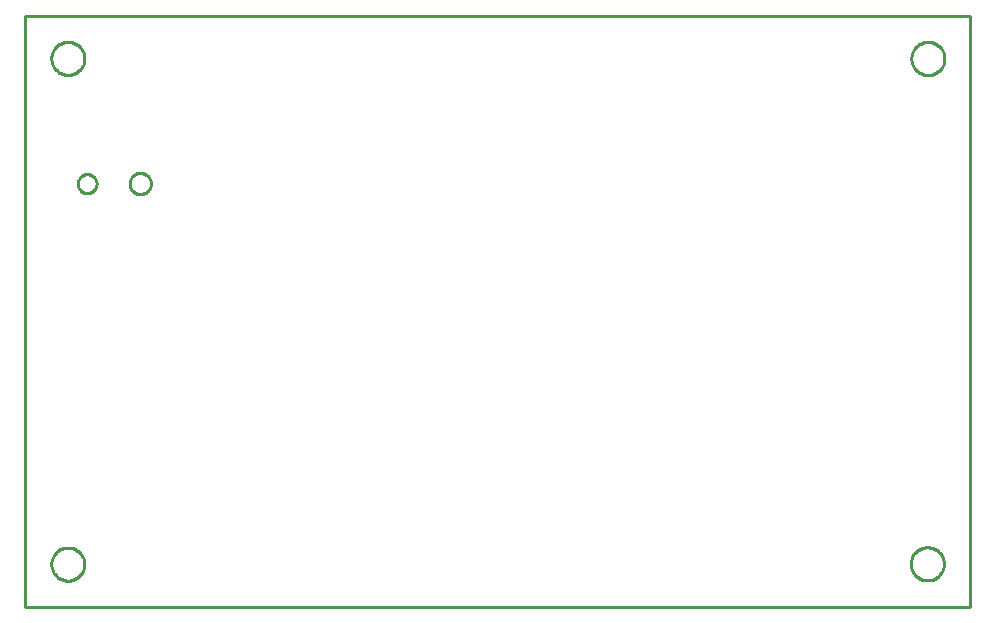
<source format=gbr>
G04 EAGLE Gerber RS-274X export*
G75*
%MOMM*%
%FSLAX34Y34*%
%LPD*%
%IN*%
%IPPOS*%
%AMOC8*
5,1,8,0,0,1.08239X$1,22.5*%
G01*
%ADD10C,0.254000*%


D10*
X0Y0D02*
X800002Y0D01*
X800002Y500002D01*
X0Y500002D01*
X0Y0D01*
X97040Y349146D02*
X96257Y349215D01*
X95483Y349351D01*
X94724Y349555D01*
X93986Y349823D01*
X93274Y350156D01*
X92593Y350549D01*
X91949Y350999D01*
X91347Y351505D01*
X90791Y352060D01*
X90286Y352662D01*
X89835Y353306D01*
X89443Y353987D01*
X89110Y354699D01*
X88842Y355437D01*
X88638Y356197D01*
X88502Y356970D01*
X88433Y357753D01*
X88433Y358539D01*
X88502Y359322D01*
X88638Y360096D01*
X88842Y360855D01*
X89110Y361594D01*
X89443Y362306D01*
X89835Y362987D01*
X90286Y363630D01*
X90791Y364232D01*
X91347Y364788D01*
X91949Y365293D01*
X92593Y365744D01*
X93274Y366137D01*
X93986Y366469D01*
X94724Y366738D01*
X95483Y366941D01*
X96257Y367078D01*
X97040Y367146D01*
X97826Y367146D01*
X98609Y367078D01*
X99383Y366941D01*
X100142Y366738D01*
X100881Y366469D01*
X101593Y366137D01*
X102274Y365744D01*
X102917Y365293D01*
X103519Y364788D01*
X104075Y364232D01*
X104580Y363630D01*
X105031Y362987D01*
X105424Y362306D01*
X105756Y361594D01*
X106025Y360855D01*
X106228Y360096D01*
X106365Y359322D01*
X106433Y358539D01*
X106433Y357753D01*
X106365Y356970D01*
X106228Y356197D01*
X106025Y355437D01*
X105756Y354699D01*
X105424Y353987D01*
X105031Y353306D01*
X104580Y352662D01*
X104075Y352060D01*
X103519Y351505D01*
X102917Y350999D01*
X102274Y350549D01*
X101593Y350156D01*
X100881Y349823D01*
X100142Y349555D01*
X99383Y349351D01*
X98609Y349215D01*
X97826Y349146D01*
X97040Y349146D01*
X52040Y350146D02*
X51258Y350223D01*
X50487Y350377D01*
X49735Y350605D01*
X49009Y350906D01*
X48315Y351276D01*
X47662Y351713D01*
X47054Y352212D01*
X46498Y352767D01*
X46000Y353375D01*
X45563Y354029D01*
X45193Y354722D01*
X44892Y355448D01*
X44664Y356200D01*
X44510Y356971D01*
X44433Y357753D01*
X44433Y358539D01*
X44510Y359322D01*
X44664Y360093D01*
X44892Y360845D01*
X45193Y361571D01*
X45563Y362264D01*
X46000Y362918D01*
X46498Y363525D01*
X47054Y364081D01*
X47662Y364580D01*
X48315Y365016D01*
X49009Y365387D01*
X49735Y365688D01*
X50487Y365916D01*
X51258Y366069D01*
X52040Y366146D01*
X52826Y366146D01*
X53608Y366069D01*
X54379Y365916D01*
X55132Y365688D01*
X55858Y365387D01*
X56551Y365016D01*
X57205Y364580D01*
X57812Y364081D01*
X58368Y363525D01*
X58867Y362918D01*
X59303Y362264D01*
X59674Y361571D01*
X59975Y360845D01*
X60203Y360093D01*
X60356Y359322D01*
X60433Y358539D01*
X60433Y357753D01*
X60356Y356971D01*
X60203Y356200D01*
X59975Y355448D01*
X59674Y354722D01*
X59303Y354029D01*
X58867Y353375D01*
X58368Y352767D01*
X57812Y352212D01*
X57205Y351713D01*
X56551Y351276D01*
X55858Y350906D01*
X55132Y350605D01*
X54379Y350377D01*
X53608Y350223D01*
X52826Y350146D01*
X52040Y350146D01*
X50155Y463727D02*
X50084Y462729D01*
X49942Y461740D01*
X49729Y460762D01*
X49447Y459803D01*
X49098Y458866D01*
X48682Y457956D01*
X48203Y457079D01*
X47662Y456237D01*
X47063Y455437D01*
X46408Y454681D01*
X45701Y453974D01*
X44945Y453319D01*
X44145Y452720D01*
X43304Y452179D01*
X42426Y451700D01*
X41516Y451284D01*
X40579Y450935D01*
X39620Y450653D01*
X38643Y450441D01*
X37653Y450298D01*
X36655Y450227D01*
X35655Y450227D01*
X34658Y450298D01*
X33668Y450441D01*
X32691Y450653D01*
X31731Y450935D01*
X30794Y451284D01*
X29885Y451700D01*
X29007Y452179D01*
X28166Y452720D01*
X27365Y453319D01*
X26609Y453974D01*
X25902Y454681D01*
X25247Y455437D01*
X24648Y456237D01*
X24107Y457079D01*
X23628Y457956D01*
X23213Y458866D01*
X22863Y459803D01*
X22581Y460762D01*
X22369Y461740D01*
X22227Y462729D01*
X22155Y463727D01*
X22155Y464727D01*
X22227Y465724D01*
X22369Y466714D01*
X22581Y467691D01*
X22863Y468651D01*
X23213Y469588D01*
X23628Y470498D01*
X24107Y471375D01*
X24648Y472217D01*
X25247Y473017D01*
X25902Y473773D01*
X26609Y474480D01*
X27365Y475135D01*
X28166Y475734D01*
X29007Y476275D01*
X29885Y476754D01*
X30794Y477170D01*
X31731Y477519D01*
X32691Y477801D01*
X33668Y478013D01*
X34658Y478156D01*
X35655Y478227D01*
X36655Y478227D01*
X37653Y478156D01*
X38643Y478013D01*
X39620Y477801D01*
X40579Y477519D01*
X41516Y477170D01*
X42426Y476754D01*
X43304Y476275D01*
X44145Y475734D01*
X44945Y475135D01*
X45701Y474480D01*
X46408Y473773D01*
X47063Y473017D01*
X47662Y472217D01*
X48203Y471375D01*
X48682Y470498D01*
X49098Y469588D01*
X49447Y468651D01*
X49729Y467691D01*
X49942Y466714D01*
X50084Y465724D01*
X50155Y464727D01*
X50155Y463727D01*
X778305Y463616D02*
X778234Y462618D01*
X778091Y461629D01*
X777879Y460651D01*
X777597Y459692D01*
X777248Y458755D01*
X776832Y457845D01*
X776353Y456968D01*
X775812Y456126D01*
X775213Y455326D01*
X774558Y454570D01*
X773851Y453863D01*
X773095Y453208D01*
X772295Y452609D01*
X771453Y452068D01*
X770576Y451589D01*
X769666Y451173D01*
X768729Y450824D01*
X767770Y450542D01*
X766792Y450330D01*
X765803Y450187D01*
X764805Y450116D01*
X763805Y450116D01*
X762808Y450187D01*
X761818Y450330D01*
X760841Y450542D01*
X759881Y450824D01*
X758944Y451173D01*
X758034Y451589D01*
X757157Y452068D01*
X756316Y452609D01*
X755515Y453208D01*
X754759Y453863D01*
X754052Y454570D01*
X753397Y455326D01*
X752798Y456126D01*
X752257Y456968D01*
X751778Y457845D01*
X751363Y458755D01*
X751013Y459692D01*
X750731Y460651D01*
X750519Y461629D01*
X750376Y462618D01*
X750305Y463616D01*
X750305Y464616D01*
X750376Y465613D01*
X750519Y466603D01*
X750731Y467580D01*
X751013Y468540D01*
X751363Y469477D01*
X751778Y470387D01*
X752257Y471264D01*
X752798Y472106D01*
X753397Y472906D01*
X754052Y473662D01*
X754759Y474369D01*
X755515Y475024D01*
X756316Y475623D01*
X757157Y476164D01*
X758034Y476643D01*
X758944Y477058D01*
X759881Y477408D01*
X760841Y477690D01*
X761818Y477902D01*
X762808Y478045D01*
X763805Y478116D01*
X764805Y478116D01*
X765803Y478045D01*
X766792Y477902D01*
X767770Y477690D01*
X768729Y477408D01*
X769666Y477058D01*
X770576Y476643D01*
X771453Y476164D01*
X772295Y475623D01*
X773095Y475024D01*
X773851Y474369D01*
X774558Y473662D01*
X775213Y472906D01*
X775812Y472106D01*
X776353Y471264D01*
X776832Y470387D01*
X777248Y469477D01*
X777597Y468540D01*
X777879Y467580D01*
X778091Y466603D01*
X778234Y465613D01*
X778305Y464616D01*
X778305Y463616D01*
X777755Y35753D02*
X777684Y34755D01*
X777542Y33766D01*
X777329Y32788D01*
X777047Y31829D01*
X776698Y30892D01*
X776282Y29982D01*
X775803Y29105D01*
X775262Y28263D01*
X774663Y27463D01*
X774008Y26707D01*
X773301Y26000D01*
X772545Y25345D01*
X771745Y24746D01*
X770904Y24205D01*
X770026Y23726D01*
X769116Y23310D01*
X768179Y22961D01*
X767220Y22679D01*
X766243Y22467D01*
X765253Y22324D01*
X764255Y22253D01*
X763255Y22253D01*
X762258Y22324D01*
X761268Y22467D01*
X760291Y22679D01*
X759331Y22961D01*
X758394Y23310D01*
X757485Y23726D01*
X756607Y24205D01*
X755766Y24746D01*
X754965Y25345D01*
X754209Y26000D01*
X753502Y26707D01*
X752847Y27463D01*
X752248Y28263D01*
X751707Y29105D01*
X751228Y29982D01*
X750813Y30892D01*
X750463Y31829D01*
X750181Y32788D01*
X749969Y33766D01*
X749827Y34755D01*
X749755Y35753D01*
X749755Y36753D01*
X749827Y37750D01*
X749969Y38740D01*
X750181Y39717D01*
X750463Y40677D01*
X750813Y41614D01*
X751228Y42524D01*
X751707Y43401D01*
X752248Y44243D01*
X752847Y45043D01*
X753502Y45799D01*
X754209Y46506D01*
X754965Y47161D01*
X755766Y47760D01*
X756607Y48301D01*
X757485Y48780D01*
X758394Y49196D01*
X759331Y49545D01*
X760291Y49827D01*
X761268Y50039D01*
X762258Y50182D01*
X763255Y50253D01*
X764255Y50253D01*
X765253Y50182D01*
X766243Y50039D01*
X767220Y49827D01*
X768179Y49545D01*
X769116Y49196D01*
X770026Y48780D01*
X770904Y48301D01*
X771745Y47760D01*
X772545Y47161D01*
X773301Y46506D01*
X774008Y45799D01*
X774663Y45043D01*
X775262Y44243D01*
X775803Y43401D01*
X776282Y42524D01*
X776698Y41614D01*
X777047Y40677D01*
X777329Y39717D01*
X777542Y38740D01*
X777684Y37750D01*
X777755Y36753D01*
X777755Y35753D01*
X50095Y35533D02*
X50024Y34536D01*
X49881Y33546D01*
X49669Y32569D01*
X49387Y31609D01*
X49038Y30672D01*
X48622Y29763D01*
X48143Y28885D01*
X47602Y28044D01*
X47003Y27243D01*
X46348Y26487D01*
X45641Y25780D01*
X44885Y25125D01*
X44085Y24526D01*
X43243Y23985D01*
X42366Y23506D01*
X41456Y23091D01*
X40519Y22741D01*
X39560Y22459D01*
X38582Y22247D01*
X37593Y22105D01*
X36595Y22033D01*
X35595Y22033D01*
X34598Y22105D01*
X33608Y22247D01*
X32631Y22459D01*
X31671Y22741D01*
X30734Y23091D01*
X29825Y23506D01*
X28947Y23985D01*
X28106Y24526D01*
X27305Y25125D01*
X26549Y25780D01*
X25842Y26487D01*
X25187Y27243D01*
X24588Y28044D01*
X24047Y28885D01*
X23568Y29763D01*
X23153Y30672D01*
X22803Y31609D01*
X22521Y32569D01*
X22309Y33546D01*
X22166Y34536D01*
X22095Y35533D01*
X22095Y36533D01*
X22166Y37531D01*
X22309Y38521D01*
X22521Y39498D01*
X22803Y40457D01*
X23153Y41394D01*
X23568Y42304D01*
X24047Y43182D01*
X24588Y44023D01*
X25187Y44823D01*
X25842Y45579D01*
X26549Y46286D01*
X27305Y46941D01*
X28106Y47540D01*
X28947Y48081D01*
X29825Y48560D01*
X30734Y48976D01*
X31671Y49325D01*
X32631Y49607D01*
X33608Y49820D01*
X34598Y49962D01*
X35595Y50033D01*
X36595Y50033D01*
X37593Y49962D01*
X38582Y49820D01*
X39560Y49607D01*
X40519Y49325D01*
X41456Y48976D01*
X42366Y48560D01*
X43243Y48081D01*
X44085Y47540D01*
X44885Y46941D01*
X45641Y46286D01*
X46348Y45579D01*
X47003Y44823D01*
X47602Y44023D01*
X48143Y43182D01*
X48622Y42304D01*
X49038Y41394D01*
X49387Y40457D01*
X49669Y39498D01*
X49881Y38521D01*
X50024Y37531D01*
X50095Y36533D01*
X50095Y35533D01*
M02*

</source>
